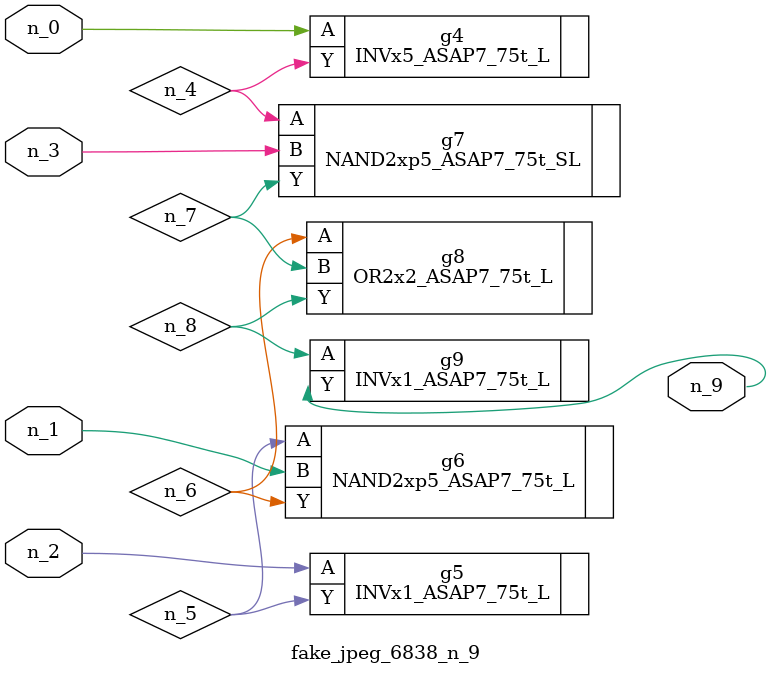
<source format=v>
module fake_jpeg_6838_n_9 (n_0, n_3, n_2, n_1, n_9);

input n_0;
input n_3;
input n_2;
input n_1;

output n_9;

wire n_4;
wire n_8;
wire n_6;
wire n_5;
wire n_7;

INVx5_ASAP7_75t_L g4 ( 
.A(n_0),
.Y(n_4)
);

INVx1_ASAP7_75t_L g5 ( 
.A(n_2),
.Y(n_5)
);

NAND2xp5_ASAP7_75t_L g6 ( 
.A(n_5),
.B(n_1),
.Y(n_6)
);

OR2x2_ASAP7_75t_L g8 ( 
.A(n_6),
.B(n_7),
.Y(n_8)
);

NAND2xp5_ASAP7_75t_SL g7 ( 
.A(n_4),
.B(n_3),
.Y(n_7)
);

INVx1_ASAP7_75t_L g9 ( 
.A(n_8),
.Y(n_9)
);


endmodule
</source>
